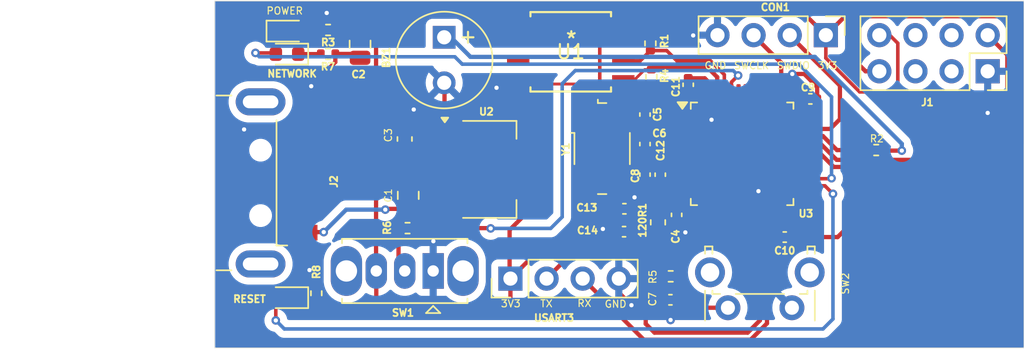
<source format=kicad_pcb>
(kicad_pcb (version 20240108) (generator "pcbnew") (generator_version "8.0")
  (layers (0 "F.Cu" signal) (31 "B.Cu" power) (34 "B.Paste" user) (35 "F.Paste" user) (36 "B.SilkS" user "B.Silkscreen") (37 "F.SilkS" user "F.Silkscreen") (38 "B.Mask" user) (39 "F.Mask" user) (44 "Edge.Cuts" user))
  (net 0 "")
  (net 1 "+3.3VA")
  (net 2 "+3.3V")
  (net 3 "GND")
  (net 4 "Net-(BZ1-+)")
  (net 5 "VBUS")
  (net 6 "/NRST")
  (net 7 "/HSE_IN")
  (net 8 "Net-(U3-PB0)")
  (net 9 "/HSE_OUT")
  (net 10 "/PWR_LED_K")
  (net 11 "/NETWORK")
  (net 12 "Net-(D2-K)")
  (net 13 "/RESET")
  (net 14 "Net-(D3-K)")
  (net 15 "/SWDIO")
  (net 16 "/SWCLK")
  (net 17 "/USART3_TX")
  (net 18 "/USART3_RX")
  (net 23 "/FRAM_SCL")
  (net 24 "/Buzzer")
  (net 25 "/FRAM_SDA")
  (net 26 "/SW_Boot0")
  (net 27 "/BOOT0")
  (net 34 "/ESP_TX")
  (net 43 "/ESP_RX")
  (footprint "footprints:FPT-8P-M08_FUJ" (layer "F.Cu") (at 167.2708 68.5922)
    (property "Reference" "U1")
    (property "Value" "FRAM")
  )
  (footprint "Capacitor_SMD:C_0402_1005Metric" (layer "F.Cu") (at 171.0186 81.24 180)
    (property "Reference" "C14")
    (property "Value" "1u")
  )
  (footprint "Resistor_SMD:R_0402_1005Metric" (layer "F.Cu") (at 155.794 80.99)
    (property "Reference" "R6")
    (property "Value" "10k")
  )
  (footprint "Resistor_SMD:R_0402_1005Metric" (layer "F.Cu") (at 150.2058 68.7399)
    (property "Reference" "R7")
    (property "Value" "1k5")
  )
  (footprint "Package_QFP:LQFP-48_7x7mm_P0.5mm" (layer "F.Cu") (at 179.3208 75.7649)
    (property "Reference" "U3")
    (property "Value" "STM32F103C8T6")
  )
  (footprint "Connector_PinSocket_2.54mm:PinSocket_2x04_P2.54mm_Vertical" (layer "F.Cu") (at 196.59 69.96 -90)
    (property "Reference" "J1")
    (property "Value" "ESP8266")
  )
  (footprint "Capacitor_SMD:C_0402_1005Metric" (layer "F.Cu") (at 175.53 70.91 90)
    (property "Reference" "C11")
    (property "Value" "100n")
  )
  (footprint "Crystal:Crystal_SMD_0603-4Pin_6.0x3.5mm" (layer "F.Cu") (at 169.4783 75.3956 -90)
    (property "Reference" "Y1")
    (property "Value" "16MHz")
  )
  (footprint "Button_Switch_THT:SW_Tactile_SPST_Angled_PTS645Vx39-2LFS" (layer "F.Cu") (at 182.8234 86.5894 180)
    (property "Reference" "SW2")
    (property "Value" "SW_Push")
  )
  (footprint "Capacitor_SMD:C_0805_2012Metric" (layer "F.Cu") (at 155.844 78.6854 90)
    (property "Reference" "C1")
    (property "Value" "22uF")
  )
  (footprint "Capacitor_SMD:C_0402_1005Metric" (layer "F.Cu") (at 171.0436 79.629 180)
    (property "Reference" "C13")
    (property "Value" "1u")
  )
  (footprint "Resistor_SMD:R_0402_1005Metric" (layer "F.Cu") (at 188.75 75.5)
    (property "Reference" "R2")
    (property "Value" "1k")
  )
  (footprint "Resistor_SMD:R_0402_1005Metric" (layer "F.Cu") (at 150.2058 67.056)
    (property "Reference" "R3")
    (property "Value" "1k5")
  )
  (footprint "LED_SMD:LED_0603_1608Metric" (layer "F.Cu") (at 147.3208 85.88 180)
    (property "Reference" "RESET")
    (property "Value" "Reset")
  )
  (footprint "Connector_PinHeader_2.54mm:PinHeader_1x04_P2.54mm_Vertical" (layer "F.Cu") (at 163.03 84.54 90)
    (property "Reference" "USART3")
    (property "Value" "CON")
  )
  (footprint "Buzzer_Beeper:MagneticBuzzer_Kingstate_KCG0601" (layer "F.Cu") (at 158.3708 67.57 -90)
    (property "Reference" "BZ1")
    (property "Value" "Buzzer")
  )
  (footprint "Capacitor_SMD:C_0402_1005Metric" (layer "F.Cu") (at 173.5658 77.2331 90)
    (property "Reference" "C12")
    (property "Value" "10n")
  )
  (footprint "LED_SMD:LED_0603_1608Metric" (layer "F.Cu") (at 147.3208 68.7524 180)
    (property "Reference" "NETWORK")
    (property "Value" "Network")
  )
  (footprint "Capacitor_SMD:C_0805_2012Metric" (layer "F.Cu") (at 152.4558 68.0622 -90)
    (property "Reference" "C2")
    (property "Value" "22uF")
  )
  (footprint "Capacitor_SMD:C_0402_1005Metric" (layer "F.Cu") (at 174.7158 80.0581 -90)
    (property "Reference" "C4")
    (property "Value" "100n")
  )
  (footprint "Inductor_SMD:L_0603_1608Metric" (layer "F.Cu") (at 173.4058 80.5831 -90)
    (property "Reference" "120R1")
    (property "Value" "FB")
  )
  (footprint "Capacitor_SMD:C_0402_1005Metric" (layer "F.Cu") (at 184.12 71.9)
    (property "Reference" "C9")
    (property "Value" "100n")
  )
  (footprint "Resistor_SMD:R_0402_1005Metric" (layer "F.Cu") (at 172.8724 67.9958 90)
    (property "Reference" "R1")
    (property "Value" "1k5")
  )
  (footprint "Resistor_SMD:R_0402_1005Metric" (layer "F.Cu") (at 149.38 85.57 90)
    (property "Reference" "R8")
    (property "Value" "1K5")
  )
  (footprint "Connector_USB:USB_A_CNCTech_1001-011-01101_Horizontal" (layer "F.Cu") (at 138.56 77.81 180)
    (property "Reference" "J2")
    (property "Value" "USB_A")
  )
  (footprint "Capacitor_SMD:C_0402_1005Metric" (layer "F.Cu") (at 182.32 81.62 180)
    (property "Reference" "C10")
    (property "Value" "100n")
  )
  (footprint "Capacitor_SMD:C_0402_1005Metric" (layer "F.Cu") (at 172.4908 75.0781 90)
    (property "Reference" "C6")
    (property "Value" "10pf")
  )
  (footprint "Capacitor_SMD:C_0603_1608Metric" (layer "F.Cu") (at 155.594 74.7229 90)
    (property "Reference" "C3")
    (property "Value" "10u")
  )
  (footprint "Resistor_SMD:R_0402_1005Metric" (layer "F.Cu") (at 174.3 84.38)
    (property "Reference" "R5")
    (property "Value" "10K")
  )
  (footprint "Capacitor_SMD:C_0402_1005Metric" (layer "F.Cu") (at 172.4908 73.0031 90)
    (property "Reference" "C5")
    (property "Value" "100n")
  )
  (footprint "Package_TO_SOT_SMD:SOT-223-3_TabPin2" (layer "F.Cu") (at 161.544 76.8604)
    (property "Reference" "U2")
    (property "Value" "AMS1117-3.3")
  )
  (footprint "Capacitor_SMD:C_0402_1005Metric" (layer "F.Cu") (at 174.28 86.03 180)
    (property "Reference" "C7")
    (property "Value" "0.1uF")
  )
  (footprint "Capacitor_SMD:C_0402_1005Metric" (layer "F.Cu") (at 172.4908 77.2281 -90)
    (property "Reference" "C8")
    (property "Value" "10pf")
  )
  (footprint "Resistor_SMD:R_0402_1005Metric" (layer "F.Cu") (at 172.94 70.3524 -90)
    (property "Reference" "R4")
    (property "Value" "1k5")
  )
  (footprint "Button_Switch_THT:SW_Slide_SPDT_Straight_CK_OS102011MS2Q" (layer "F.Cu") (at 157.5958 84.0024 180)
    (property "Reference" "SW1")
    (property "Value" "SW_SPDT")
  )
  (footprint "LED_SMD:LED_0603_1608Metric" (layer "F.Cu") (at 147.3608 67.1322)
    (property "Reference" "POWER")
    (property "Value" "LED")
  )
  (footprint "Connector_PinHeader_2.54mm:PinHeader_1x04_P2.54mm_Vertical" (layer "F.Cu") (at 185.21 67.42 -90)
    (property "Reference" "CON1")
    (property "Value" "SWD")
  )
  (gr_rect (start 142.24 65.024) (end 199.136 89.408) (stroke (width 0.05)) (fill none) (layer "Edge.Cuts"))
  (gr_text "RX" (at 167.69 86.57 0) (layer "F.SilkS") (effects (font (size 0.5 0.5) (thickness 0.08)) (justify left bottom)))
  (gr_text "GND" (at 176.631429 69.85 0) (layer "F.SilkS") (effects (font (size 0.5 0.5) (thickness 0.08)) (justify left bottom)))
  (gr_text "GND" (at 169.61 86.62 0) (layer "F.SilkS") (effects (font (size 0.5 0.5) (thickness 0.08)) (justify left bottom)))
  (gr_text "SWDIO\n" (at 181.717142 69.85 0) (layer "F.SilkS") (effects (font (size 0.5 0.5) (thickness 0.08)) (justify left bottom)))
  (gr_text "3V3" (at 162.31 86.59 0) (layer "F.SilkS") (effects (font (size 0.5 0.5) (thickness 0.08)) (justify left bottom)))
  (gr_text "3V3" (at 184.581429 69.85 0) (layer "F.SilkS") (effects (font (size 0.5 0.5) (thickness 0.08)) (justify left bottom)))
  (gr_text "SWCLK" (at 178.71 69.85 0) (layer "F.SilkS") (effects (font (size 0.5 0.5) (thickness 0.08)) (justify left bottom)))
  (gr_text "TX" (at 165.08 86.59 0) (layer "F.SilkS") (effects (font (size 0.5 0.5) (thickness 0.08)) (justify left bottom)))
  (segment (start 173.2392 79.629) (end 173.4058 79.7956) (width 0.3) (layer "F.Cu") (net 1))
  (segment (start 173.612646 77.7131) (end 174.310846 77.0149) (width 0.3) (layer "F.Cu") (net 1))
  (segment (start 174.310846 77.0149) (end 175.1583 77.0149) (width 0.3) (layer "F.Cu") (net 1))
  (segment (start 173.5658 77.7131) (end 173.612646 77.7131) (width 0.3) (layer "F.Cu") (net 1))
  (segment (start 173.5658 77.7131) (end 173.67 77.8173) (width 0.3) (layer "F.Cu") (net 1))
  (segment (start 171.5236 79.629) (end 173.2392 79.629) (width 0.3) (layer "F.Cu") (net 1))
  (segment (start 173.67 79.5314) (end 173.4058 79.7956) (width 0.3) (layer "F.Cu") (net 1))
  (segment (start 173.67 77.8173) (end 173.67 79.5314) (width 0.3) (layer "F.Cu") (net 1))
  (segment (start 148.8461 67.83) (end 151.738 67.83) (width 0.3) (layer "F.Cu") (net 2))
  (segment (start 173.66 84.38) (end 173.66 81.6248) (width 0.25) (layer "F.Cu") (net 2))
  (segment (start 158.394 76.8604) (end 156.9565 76.8604) (width 0.3) (layer "F.Cu") (net 2))
  (segment (start 169.31 71.06) (end 169.31 67.2656) (width 0.25) (layer "F.Cu") (net 2))
  (segment (start 153.5958 84.0024) (end 153.58 83.9866) (width 0.3) (layer "F.Cu") (net 2))
  (segment (start 171.4986 81.24) (end 171.4986 81.513999) (width 0.3) (layer "F.Cu") (net 2))
  (segment (start 170.432599 82.58) (end 164.99 82.58) (width 0.3) (layer "F.Cu") (net 2))
  (segment (start 173.8 73.0149) (end 173.268999 73.0149) (width 0.25) (layer "F.Cu") (net 2))
  (segment (start 170.1393 65.86) (end 170.9665 66.6872) (width 0.3) (layer "F.Cu") (net 2))
  (segment (start 183.64 72.8582) (end 183.4833 73.0149) (width 0.3) (layer "F.Cu") (net 2))
  (segment (start 152.4558 67.1122) (end 153.708 65.86) (width 0.3) (layer "F.Cu") (net 2))
  (segment (start 198.017107 65.59) (end 187.06 65.59) (width 0.3) (layer "F.Cu") (net 2))
  (segment (start 173.268999 73.0149) (end 172.800799 73.4831) (width 0.25) (layer "F.Cu") (net 2))
  (segment (start 173.66 81.6248) (end 173.4058 81.3706) (width 0.25) (layer "F.Cu") (net 2))
  (segment (start 189.72 71.41) (end 187.59 71.41) (width 0.25) (layer "F.Cu") (net 2))
  (segment (start 153.708 65.86) (end 170.1393 65.86) (width 0.3) (layer "F.Cu") (net 2))
  (segment (start 170.9797 66.7004) (end 170.9665 66.6872) (width 0.2) (layer "F.Cu") (net 2))
  (segment (start 182.64268 73.0149) (end 182.0708 73.58678) (width 0.3) (layer "F.Cu") (net 2))
  (segment (start 162.97 81.12) (end 162.97 84.48) (width 0.3) (layer "F.Cu") (net 2))
  (segment (start 196.833107 77.19) (end 198.97 75.053107) (width 0.3) (layer "F.Cu") (net 2))
  (segment (start 163.03 85.89) (end 162.49 86.43) (width 0.3) (layer "F.Cu") (net 2))
  (segment (start 190.27 70.86) (end 189.72 71.41) (width 0.25) (layer "F.Cu") (net 2))
  (segment (start 182.8 81.62) (end 186.04 81.62) (width 0.3) (layer "F.Cu") (net 2))
  (segment (start 186.74 77.5) (end 187.05 77.19) (width 0.3) (layer "F.Cu") (net 2))
  (segment (start 183.4833 73.0149) (end 182.64268 73.0149) (width 0.3) (layer "F.Cu") (net 2))
  (segment (start 188.97 67.42) (end 189.7 67.42) (width 0.25) (layer "F.Cu") (net 2))
  (segment (start 198.97 75.053107) (end 198.97 66.542893) (width 0.3) (layer "F.Cu") (net 2))
  (segment (start 187.59 71.41) (end 185.21 69.03) (width 0.25) (layer "F.Cu") (net 2))
  (segment (start 172.8724 67.4858) (end 172.087 66.7004) (width 0.2) (layer "F.Cu") (net 2))
  (segment (start 172.800799 73.4831) (end 172.4908 73.4831) (width 0.25) (layer "F.Cu") (net 2))
  (segment (start 170.06 71.81) (end 169.31 71.06) (width 0.25) (layer "F.Cu") (net 2))
  (segment (start 153.5958 85.9558) (end 153.5958 84.0024) (width 0.3) (layer "F.Cu") (net 2))
  (segment (start 162.97 84.48) (end 163.03 84.54) (width 0.3) (layer "F.Cu") (net 2))
  (segment (start 153.3822 67.1122) (end 152.4558 67.1122) (width 0.3) (layer "F.Cu") (net 2))
  (segment (start 172.94 70.8624) (end 171.9924 71.81) (width 0.25) (layer "F.Cu") (net 2))
  (segment (start 187.05 77.19) (end 196.833107 77.19) (width 0.3) (layer "F.Cu") (net 2))
  (segment (start 175.1583 73.0149) (end 173.268999 73.0149) (width 0.25) (layer "F.Cu") (net 2))
  (segment (start 182.8 81.62) (end 182.8 81.4286) (width 0.3) (layer "F.Cu") (net 2))
  (segment (start 173.3234 72.5383) (end 173.8 73.0149) (width 0.25) (layer "F.Cu") (net 2))
  (segment (start 198.97 66.542893) (end 198.017107 65.59) (width 0.3) (layer "F.Cu") (net 2))
  (segment (start 162.49 86.43) (end 154.07 86.43) (width 0.3) (layer "F.Cu") (net 2))
  (segment (start 173.3234 71.39) (end 173.3234 72.5383) (width 0.25) (layer "F.Cu") (net 2))
  (segment (start 176.5708 71.6024) (end 175.7424 71.6024) (width 0.25) (layer "F.Cu") (net 2))
  (segment (start 186.74 80.92) (end 186.74 77.5) (width 0.3) (layer "F.Cu") (net 2))
  (segment (start 182.0708 80.6994) (end 182.0708 79.9274) (width 0.3) (layer "F.Cu") (net 2))
  (segment (start 187.06 65.59) (end 185.21 67.44) (width 0.3) (layer "F.Cu") (net 2))
  (segment (start 171.9924 71.81) (end 170.06 71.81) (width 0.25) (layer "F.Cu") (net 2))
  (segment (start 164.694 79.396) (end 162.97 81.12) (width 0.3) (layer "F.Cu") (net 2))
  (segment (start 173.2752 81.24) (end 173.4058 81.3706) (width 0.3) (layer "F.Cu") (net 2))
  (segment (start 189.7 67.42) (end 190.27 67.99) (width 0.25) (layer "F.Cu") (net 2))
  (segment (start 153.58 83.9866) (end 153.58 67.31) (width 0.3) (layer "F.Cu") (net 2))
  (segment (start 163.03 84.54) (end 163.03 85.89) (width 0.3) (layer "F.Cu") (net 2))
  (segment (start 173.3234 71.39) (end 175.53 71.39) (width 0.25) (layer "F.Cu") (net 2))
  (segment (start 183.64 71.9) (end 183.64 72.8582) (width 0.3) (layer "F.Cu") (net 2))
  (segment (start 182.0708 79.9274) (end 182.0708 73.58678) (width 0.3) (layer "F.Cu") (net 2))
  (segment (start 154.07 86.43) (end 153.5958 85.9558) (width 0.3) (layer "F.Cu") (net 2))
  (segment (start 175.7424 71.6024) (end 175.53 71.39) (width 0.25) (layer "F.Cu") (net 2))
  (segment (start 156.9565 76.8604) (end 155.594 75.4979) (width 0.3) (layer "F.Cu") (net 2))
  (segment (start 164.694 76.8604) (end 158.394 76.8604) (width 0.3) (layer "F.Cu") (net 2))
  (segment (start 151.738 67.83) (end 152.4558 67.1122) (width 0.3) (layer "F.Cu") (net 2))
  (segment (start 171.4986 81.24) (end 173.2752 81.24) (width 0.3) (layer "F.Cu") (net 2))
  (segment (start 190.27 67.99) (end 190.27 70.86) (width 0.25) (layer "F.Cu") (net 2))
  (segment (start 171.4986 81.513999) (end 170.432599 82.58) (width 0.3) (layer "F.Cu") (net 2))
  (segment (start 182.8 81.4286) (end 182.0708 80.6994) (width 0.3) (layer "F.Cu") (net 2))
  (segment (start 185.21 67.44) (end 183.76 65.99) (width 0.3) (layer "F.Cu") (net 2))
  (segment (start 184.1951 73.0149) (end 183.4833 73.0149) (width 0.3) (layer "F.Cu") (net 2))
  (segment (start 169.31 67.2656) (end 169.8884 66.6872) (width 0.25) (layer "F.Cu") (net 2))
  (segment (start 172.7958 70.8624) (end 173.3234 71.39) (width 0.25) (layer "F.Cu") (net 2))
  (segment (start 183.76 65.99) (end 171.6637 65.99) (width 0.3) (layer "F.Cu") (net 2))
  (segment (start 169.8884 66.6872) (end 170.9665 66.6872) (width 0.25) (layer "F.Cu") (net 2))
  (segment (start 185.21 69.03) (end 185.21 67.44) (width 0.25) (layer "F.Cu") (net 2))
  (segment (start 186.04 81.62) (end 186.74 80.92) (width 0.3) (layer "F.Cu") (net 2))
  (segment (start 164.99 82.58) (end 163.03 84.54) (width 0.3) (layer "F.Cu") (net 2))
  (segment (start 164.694 76.8604) (end 164.694 79.396) (width 0.3) (layer "F.Cu") (net 2))
  (segment (start 153.58 67.31) (end 153.3822 67.1122) (width 0.3) (layer "F.Cu") (net 2))
  (segment (start 171.6637 65.99) (end 170.9665 66.6872) (width 0.3) (layer "F.Cu") (net 2))
  (segment (start 172.087 66.7004) (end 170.9797 66.7004) (width 0.2) (layer "F.Cu") (net 2))
  (segment (start 148.1483 67.1322) (end 148.8461 67.83) (width 0.3) (layer "F.Cu") (net 2))
  (segment (start 184.6951 73.2298) (end 184.41 73.5149) (width 0.3) (layer "F.Cu") (net 3))
  (segment (start 177.0708 71.6024) (end 177.0708 70.797136) (width 0.25) (layer "F.Cu") (net 3))
  (segment (start 173.518954 76.7531) (end 172.563954 77.7081) (width 0.3) (layer "F.Cu") (net 3))
  (segment (start 184.6 71.9) (end 184.6951 71.9951) (width 0.3) (layer "F.Cu") (net 3))
  (segment (start 149.02 71.01) (end 150.7158 69.3142) (width 0.3) (layer "F.Cu") (net 3))
  (segment (start 170.8 78.88) (end 170.5636 79.1164) (width 0.3) (layer "F.Cu") (net 3))
  (segment (start 154.7821 73.9479) (end 155.594 73.9479) (width 0.3) (layer "F.Cu") (net 3))
  (segment (start 155.594 73.9479) (end 155.594 73.286) (width 0.3) (layer "F.Cu") (net 3))
  (segment (start 173.8 86.03) (end 173.8 86.96) (width 0.3) (layer "F.Cu") (net 3))
  (segment (start 171.2081 74.5981) (end 170.6783 74.0683) (width 0.25) (layer "F.Cu") (net 3))
  (segment (start 173.5658 76.7531) (end 173.518954 76.7531) (width 0.3) (layer "F.Cu") (net 3))
  (segment (start 168.3401 70.8574) (end 163.5751 70.8574) (width 0.2) (layer "F.Cu") (net 3))
  (segment (start 157.61 81.91) (end 157.5958 81.9242) (width 0.25) (layer "F.Cu") (net 3))
  (segment (start 181.8 85.566) (end 181.8 81.66) (width 0.3) (layer "F.Cu") (net 3))
  (segment (start 155.594 73.286) (end 156.23 72.65) (width 0.3) (layer "F.Cu") (net 3))
  (segment (start 183.69 70.15) (end 184.6 71.06) (width 0.3) (layer "F.Cu") (net 3))
  (segment (start 177.0708 73.2708) (end 177.17 73.37) (width 0.25) (layer "F.Cu") (net 3))
  (segment (start 169.109 79.629) (end 170.5636 79.629) (width 0.3) (layer "F.Cu") (net 3))
  (segment (start 177.59 67.44) (end 175.88 67.44) (width 0.3) (layer "F.Cu") (net 3))
  (segment (start 170.6783 73.1956) (end 168.3401 70.8574) (width 0.2) (layer "F.Cu") (net 3))
  (segment (start 172.4908 72.5231) (end 171.3508 72.5231) (width 0.2) (layer "F.Cu") (net 3))
  (segment (start 158.394 74.5604) (end 157.7636 73.93) (width 0.3) (layer "F.Cu") (net 3))
  (segment (start 184.41 73.5149) (end 183.4833 73.5149) (width 0.3) (layer "F.Cu") (net 3))
  (segment (start 152.508 68.96) (end 152.4558 69.0122) (width 0.3) (layer "F.Cu") (net 3))
  (segment (start 182.85 70.15) (end 183.69 70.15) (width 0.3) (layer "F.Cu") (net 3))
  (segment (start 150.7158 66.4658) (end 150.11 65.86) (width 0.3) (layer "F.Cu") (net 3))
  (segment (start 170.65 85.52) (end 171.54 86.41) (width 0.3) (layer "F.Cu") (net 3))
  (segment (start 149.38 85.06) (end 149.38 84.42) (width 0.25) (layer "F.Cu") (net 3))
  (segment (start 154.32 74.41) (end 154.7821 73.9479) (width 0.3) (layer "F.Cu") (net 3))
  (segment (start 154.32 77.15) (end 154.32 74.41) (width 0.3) (layer "F.Cu") (net 3))
  (segment (start 150.7158 67.056) (end 150.7158 66.4658) (width 0.3) (layer "F.Cu") (net 3))
  (segment (start 163.5751 70.8574) (end 162.3146 70.8574) (width 0.2) (layer "F.Cu") (net 3))
  (segment (start 152.1835 68.7399) (end 152.4558 69.0122) (width 0.3) (layer "F.Cu") (net 3))
  (segment (start 181.27 78.39) (end 181.5708 78.6908) (width 0.3) (layer "F.Cu") (net 3))
  (segment (start 170.65 84.54) (end 170.65 85.52) (width 0.3) (layer "F.Cu") (net 3))
  (segment (start 150.7158 68.7399) (end 152.1835 68.7399) (width 0.3) (layer "F.Cu") (net 3))
  (segment (start 173.5658 76.7531) (end 173.804 76.5149) (width 0.3) (layer "F.Cu") (net 3))
  (segment (start 157.7636 73.93) (end 155.6119 73.93) (width 0.3) (layer "F.Cu") (net 3))
  (segment (start 168.2783 78.7983) (end 169.109 79.629) (width 0.3) (layer "F.Cu") (net 3))
  (segment (start 176.703664 70.43) (end 175.53 70.43) (width 0.25) (layer "F.Cu") (net 3))
  (segment (start 181.84 81.62) (end 181.5708 81.3508) (width 0.3) (layer "F.Cu") (net 3))
  (segment (start 181.5708 81.3508) (end 181.5708 79.9274) (width 0.3) (layer "F.Cu") (net 3))
  (segment (start 172.563954 77.7081) (end 172.4658 77.7081) (width 0.3) (layer "F.Cu") (net 3))
  (segment (start 154.9054 77.7354) (end 154.32 77.15) (width 0.3) (layer "F.Cu") (net 3))
  (segment (start 196.59 69.96) (end 196.59 72.89) (width 0.25) (layer "F.Cu") (net 3))
  (segment (start 168.2783 77.5956) (end 168.2783 78.7983) (width 0.3) (layer "F.Cu") (net 3))
  (segment (start 158.394 70.3256) (end 158.3708 70.3024) (width 0.3) (layer "F.Cu") (net 3))
  (segment (start 170.5386 81.24) (end 169.72 81.24) (width 0.3) (layer "F.Cu") (net 3))
  (segment (start 162.3146 70.8574) (end 162.052 71.12) (width 0.2) (layer "F.Cu") (net 3))
  (segment (start 182.8234 86.5894) (end 181.8 85.566) (width 0.3) (layer "F.Cu") (net 3))
  (segment (start 173.8 86.96) (end 174.29 87.45) (width 0.3) (layer "F.Cu") (net 3))
  (segment (start 150.7158 69.3142) (end 150.7158 68.7399) (width 0.3) (layer "F.Cu") (net 3))
  (segment (start 172.4658 78.113655) (end 172.4658 77.7081) (width 0.3) (layer "F.Cu") (net 3))
  (segment (start 184.6 71.06) (end 184.6 71.9) (width 0.3) (layer "F.Cu") (net 3))
  (segment (start 177.0708 71.6024) (end 177.0708 73.2708) (width 0.25) (layer "F.Cu") (net 3))
  (segment (start 170.6783 74.0683) (end 170.6783 73.1956) (width 0.25) (layer "F.Cu") (net 3))
  (segment (start 149.38 84.42) (end 148.9 83.94) (width 0.25) (layer "F.Cu") (net 3))
  (segment (start 144.56 74.31) (end 144.3 74.05) (width 0.3) (layer "F.Cu") (net 3))
  (segment (start 158.394 74.5604) (end 158.394 70.3256) (width 0.3) (layer "F.Cu") (net 3))
  (segment (start 180.47 78.39) (end 181.27 78.39) (width 0.3) (layer "F.Cu") (net 3))
  (segment (start 171.754477 78.824978) (end 172.4658 78.113655) (width 0.3) (layer "F.Cu") (net 3))
  (segment (start 148.21 74.31) (end 144.56 74.31) (width 0.3) (layer "F.Cu") (net 3))
  (segment (start 171.699455 78.88) (end 170.8 78.88) (width 0.3) (layer "F.Cu") (net 3))
  (segment (start 157.5958 81.9242) (end 157.5958 84.0024) (width 0.25) (layer "F.Cu") (net 3))
  (segment (start 181.8 81.66) (end 181.84 81.62) (width 0.3) (layer "F.Cu") (net 3))
  (segment (start 174.7158 80.6758) (end 175.33 81.29) (width 0.25) (layer "F.Cu") (net 3))
  (segment (start 149.02 71.01) (end 148.21 71.82) (width 0.3) (layer "F.Cu") (net 3))
  (segment (start 169.72 81.24) (end 169.53 81.05) (width 0.3) (layer "F.Cu") (net 3))
  (segment (start 171.754477 78.824978) (end 171.699455 78.88) (width 0.3) (layer "F.Cu") (net 3))
  (segment (start 171.3508 72.5231) (end 170.6783 73.1956) (width 0.2) (layer "F.Cu") (net 3))
  (segment (start 148.21 71.82) (end 148.21 74.31) (width 0.3) (layer "F.Cu") (net 3))
  (segment (start 155.644 77.7354) (end 154.9054 77.7354) (width 0.3) (layer "F.Cu") (net 3))
  (segment (start 173.804 76.5149) (end 175.1583 76.5149) (width 0.3) (layer "F.Cu") (net 3))
  (segment (start 177.0708 70.797136) (end 176.703664 70.43) (width 0.25) (layer "F.Cu") (net 3))
  (segment (start 174.7158 80.5381) (end 174.7158 80.6758) (width 0.25) (layer "F.Cu") (net 3))
  (segment (start 181.5708 78.6908) (end 181.5708 79.9274) (width 0.3) (layer "F.Cu") (net 3))
  (segment (start 170.5636 81.215) (end 170.5386 81.24) (width 0.3) (layer "F.Cu") (net 3))
  (segment (start 170.5636 79.1164) (end 170.5636 79.629) (width 0.3) (layer "F.Cu") (net 3))
  (segment (start 172.64 72.3739) (end 172.4908 72.5231) (width 0.2) (layer "F.Cu") (net 3))
  (segment (start 184.6951 71.9951) (end 184.6951 73.2298) (width 0.3) (layer "F.Cu") (net 3))
  (segment (start 170.5636 79.629) (end 170.5636 81.215) (width 0.3) (layer "F.Cu") (net 3))
  (segment (start 172.4908 74.5981) (end 171.2081 74.5981) (width 0.25) (layer "F.Cu") (net 3))
  (segment (start 155.6119 73.93) (end 155.594 73.9479) (width 0.3) (layer "F.Cu") (net 3))
  (via (at 171.754477 78.824978) (size 0.6) (drill 0.3) (layers "F.Cu" "B.Cu") (net 3))
  (via (at 174.29 87.45) (size 0.6) (drill 0.3) (layers "F.Cu" "B.Cu") (net 3))
  (via (at 180.47 78.39) (size 0.6) (drill 0.3) (layers "F.Cu" "B.Cu") (net 3))
  (via (at 175.88 67.44) (size 0.6) (drill 0.3) (layers "F.Cu" "B.Cu") (net 3))
  (via (at 148.9 83.94) (size 0.6) (drill 0.3) (layers "F.Cu" "B.Cu") (net 3))
  (via (at 171.54 86.41) (size 0.6) (drill 0.3) (layers "F.Cu" "B.Cu") (net 3))
  (via (at 162.052 71.12) (size 0.6) (drill 0.3) (layers "F.Cu" "B.Cu") (net 3))
  (via (at 196.59 72.89) (size 0.6) (drill 0.3) (layers "F.Cu" "B.Cu") (net 3))
  (via (at 175.33 81.29) (size 0.6) (drill 0.3) (layers "F.Cu" "B.Cu") (net 3))
  (via (at 150.11 65.86) (size 0.6) (drill 0.3) (layers "F.Cu" "B.Cu") (net 3))
  (via (at 157.61 81.91) (size 0.6) (drill 0.3) (layers "F.Cu" "B.Cu") (net 3))
  (via (at 177.17 73.37) (size 0.6) (drill 0.3) (layers "F.Cu" "B.Cu") (net 3))
  (via (at 144.3 74.05) (size 0.6) (drill 0.3) (layers "F.Cu" "B.Cu") (net 3))
  (via (at 169.53 81.05) (size 0.6) (drill 0.3) (layers "F.Cu" "B.Cu") (net 3))
  (via (at 182.85 70.15) (size 0.6) (drill 0.3) (layers "F.Cu" "B.Cu") (net 3))
  (via (at 156.23 72.65) (size 0.6) (drill 0.3) (layers "F.Cu" "B.Cu") (net 3))
  (via (at 149.02 71.01) (size 0.6) (drill 0.3) (layers "F.Cu" "B.Cu") (net 3))
  (segment (start 189.3 75.54) (end 189.26 75.5) (width 0.3) (layer "F.Cu") (net 4))
  (segment (start 190.5508 75.54) (end 189.3 75.54) (width 0.3) (layer "F.Cu") (net 4))
  (segment (start 189.21 75.45) (end 189.26 75.5) (width 0.3) (layer "F.Cu") (net 4))
  (via (at 190.5508 75.54) (size 0.6) (drill 0.3) (layers "F.Cu" "B.Cu") (net 4))
  (segment (start 184.4438 68.95) (end 160.2184 68.95) (width 0.3) (layer "B.Cu") (net 4))
  (segment (start 160.2184 68.95) (end 158.3708 67.1024) (width 0.3) (layer "B.Cu") (net 4))
  (segment (start 190.5508 75.54) (end 190.5508 75.057) (width 0.3) (layer "B.Cu") (net 4))
  (segment (start 190.5508 75.057) (end 184.4438 68.95) (width 0.3) (layer "B.Cu") (net 4))
  (segment (start 149.9 81.27) (end 148.25 81.27) (width 0.3) (layer "F.Cu") (net 5))
  (segment (start 148.25 81.27) (end 148.21 81.31) (width 0.3) (layer "F.Cu") (net 5))
  (segment (start 155.6386 79.63) (end 155.644 79.6354) (width 0.3) (layer "F.Cu") (net 5))
  (segment (start 155.644 79.6354) (end 157.919 79.6354) (width 0.3) (layer "F.Cu") (net 5))
  (segment (start 155.644 79.6354) (end 154.2846 79.6354) (width 0.3) (layer "F.Cu") (net 5))
  (segment (start 154.2846 79.6354) (end 154.23 79.69) (width 0.3) (layer "F.Cu") (net 5))
  (segment (start 157.919 79.6354) (end 158.394 79.1604) (width 0.3) (layer "F.Cu") (net 5))
  (via (at 149.9 81.27) (size 0.6) (drill 0.3) (layers "F.Cu" "B.Cu") (net 5))
  (via (at 154.23 79.69) (size 0.6) (drill 0.3) (layers "F.Cu" "B.Cu") (net 5))
  (segment (start 151.48 79.69) (end 149.9 81.27) (width 0.3) (layer "B.Cu") (net 5))
  (segment (start 154.23 79.69) (end 151.48 79.69) (width 0.3) (layer "B.Cu") (net 5))
  (segment (start 175.5 79.58) (end 176.63 78.45) (width 0.3) (layer "F.Cu") (net 6))
  (segment (start 175.0281 79.5781) (end 175.03 79.58) (width 0.3) (layer "F.Cu") (net 6))
  (segment (start 174.7158 79.5781) (end 175.0281 79.5781) (width 0.3) (layer "F.Cu") (net 6))
  (segment (start 175.03 79.58) (end 175.5 79.58) (width 0.3) (layer "F.Cu") (net 6))
  (segment (start 176.63 78.45) (end 176.63 76.6) (width 0.3) (layer "F.Cu") (net 6))
  (segment (start 176.0449 76.0149) (end 175.1583 76.0149) (width 0.3) (layer "F.Cu") (net 6))
  (segment (start 176.63 76.6) (end 176.0449 76.0149) (width 0.3) (layer "F.Cu") (net 6))
  (segment (start 172.4908 75.5581) (end 172.948694 75.5581) (width 0.3) (layer "F.Cu") (net 7))
  (segment (start 168.2783 74.5583) (end 168.2783 73.1956) (width 0.3) (layer "F.Cu") (net 7))
  (segment (start 169.2781 75.5581) (end 168.2783 74.5583) (width 0.3) (layer "F.Cu") (net 7))
  (segment (start 172.948694 75.5581) (end 173.491894 75.0149) (width 0.3) (layer "F.Cu") (net 7))
  (segment (start 173.491894 75.0149) (end 175.1583 75.0149) (width 0.3) (layer "F.Cu") (net 7))
  (segment (start 172.4908 75.5581) (end 169.2781 75.5581) (width 0.3) (layer "F.Cu") (net 7))
  (segment (start 178.49 82.32) (end 179.0708 81.7392) (width 0.3) (layer "F.Cu") (net 8))
  (segment (start 175.3194 86.5894) (end 174.76 86.03) (width 0.3) (layer "F.Cu") (net 8))
  (segment (start 174.76 84.46) (end 174.68 84.38) (width 0.3) (layer "F.Cu") (net 8))
  (segment (start 174.68 84.38) (end 174.68 82.66) (width 0.3) (layer "F.Cu") (net 8))
  (segment (start 174.75 86.02) (end 174.76 86.03) (width 0.3) (layer "F.Cu") (net 8))
  (segment (start 174.68 82.66) (end 175.02 82.32) (width 0.3) (layer "F.Cu") (net 8))
  (segment (start 178.3234 86.5894) (end 175.3194 86.5894) (width 0.3) (layer "F.Cu") (net 8))
  (segment (start 179.0708 81.7392) (end 179.0708 79.9274) (width 0.3) (layer "F.Cu") (net 8))
  (segment (start 174.76 86.03) (end 174.76 84.46) (width 0.3) (layer "F.Cu") (net 8))
  (segment (start 175.02 82.32) (end 178.49 82.32) (width 0.3) (layer "F.Cu") (net 8))
  (segment (start 172.4658 76.7481) (end 171.5258 76.7481) (width 0.3) (layer "F.Cu") (net 9))
  (segment (start 173.699 75.5149) (end 175.1583 75.5149) (width 0.3) (layer "F.Cu") (net 9))
  (segment (start 172.4658 76.7481) (end 173.699 75.5149) (width 0.3) (layer "F.Cu") (net 9))
  (segment (start 171.5258 76.7481) (end 170.6783 77.5956) (width 0.3) (layer "F.Cu") (net 9))
  (segment (start 146.5733 67.1322) (end 146.5733 66.5467) (width 0.3) (layer "F.Cu") (net 10))
  (segment (start 146.5733 66.5467) (end 146.98 66.14) (width 0.3) (layer "F.Cu") (net 10))
  (segment (start 149.19 66.14) (end 149.6958 66.6458) (width 0.3) (layer "F.Cu") (net 10))
  (segment (start 146.98 66.14) (end 149.19 66.14) (width 0.3) (layer "F.Cu") (net 10))
  (segment (start 149.6958 66.6458) (end 149.6958 67.056) (width 0.3) (layer "F.Cu") (net 10))
  (segment (start 145.1 68.67) (end 146.4509 68.67) (width 0.25) (layer "F.Cu") (net 11))
  (segment (start 185.5751 77.5149) (end 185.61 77.48) (width 0.25) (layer "F.Cu") (net 11))
  (segment (start 183.4833 77.5149) (end 185.5751 77.5149) (width 0.25) (layer "F.Cu") (net 11))
  (segment (start 146.4509 68.67) (end 146.5333 68.7524) (width 0.25) (layer "F.Cu") (net 11))
  (via (at 185.61 77.48) (size 0.6) (drill 0.3) (layers "F.Cu" "B.Cu") (net 11))
  (via (at 145.1 68.67) (size 0.6) (drill 0.3) (layers "F.Cu" "B.Cu") (net 11))
  (segment (start 159.12 68.94) (end 145.37 68.94) (width 0.25) (layer "B.Cu") (net 11))
  (segment (start 185.61 77.48) (end 185.61 71.76) (width 0.25) (layer "B.Cu") (net 11))
  (segment (start 185.61 71.76) (end 183.31 69.46) (width 0.25) (layer "B.Cu") (net 11))
  (segment (start 159.64 69.46) (end 159.12 68.94) (width 0.25) (layer "B.Cu") (net 11))
  (segment (start 183.31 69.46) (end 159.64 69.46) (width 0.25) (layer "B.Cu") (net 11))
  (segment (start 145.37 68.94) (end 145.1 68.67) (width 0.25) (layer "B.Cu") (net 11))
  (segment (start 149.6833 68.7524) (end 149.6958 68.7399) (width 0.3) (layer "F.Cu") (net 12))
  (segment (start 148.1083 68.7524) (end 149.6833 68.7524) (width 0.3) (layer "F.Cu") (net 12))
  (segment (start 183.4833 78.0149) (end 185.1449 78.0149) (width 0.25) (layer "F.Cu") (net 13))
  (segment (start 146.53 85.9475) (end 146.4625 85.88) (width 0.25) (layer "F.Cu") (net 13))
  (segment (start 185.1449 78.0149) (end 185.71 78.58) (width 0.25) (layer "F.Cu") (net 13))
  (segment (start 146.53 87.48) (end 146.53 85.9475) (width 0.25) (layer "F.Cu") (net 13))
  (via (at 185.71 78.58) (size 0.6) (drill 0.3) (layers "F.Cu" "B.Cu") (net 13))
  (via (at 146.53 87.48) (size 0.6) (drill 0.3) (layers "F.Cu" "B.Cu") (net 13))
  (segment (start 185.71 87.38) (end 185.01 88.08) (width 0.25) (layer "B.Cu") (net 13))
  (segment (start 147.13 88.08) (end 146.53 87.48) (width 0.25) (layer "B.Cu") (net 13))
  (segment (start 185.01 88.08) (end 147.13 88.08) (width 0.25) (layer "B.Cu") (net 13))
  (segment (start 185.71 78.58) (end 185.71 87.38) (width 0.25) (layer "B.Cu") (net 13))
  (segment (start 148.0375 85.88) (end 148.2375 86.08) (width 0.25) (layer "F.Cu") (net 14))
  (segment (start 148.2375 86.08) (end 149.38 86.08) (width 0.25) (layer "F.Cu") (net 14))
  (segment (start 183.4833 74.0149) (end 185.5151 74.0149) (width 0.3) (layer "F.Cu") (net 15))
  (segment (start 186.2 73.33) (end 186.2 70.97) (width 0.3) (layer "F.Cu") (net 15))
  (segment (start 185.5151 74.0149) (end 186.2 73.33) (width 0.3) (layer "F.Cu") (net 15))
  (segment (start 186.2 70.97) (end 182.67 67.44) (width 0.3) (layer "F.Cu") (net 15))
  (segment (start 181.56 68.85) (end 181.54 68.85) (width 0.3) (layer "F.Cu") (net 16))
  (segment (start 182.0708 71.6024) (end 182.0708 69.3608) (width 0.3) (layer "F.Cu") (net 16))
  (segment (start 182.0708 69.3608) (end 181.56 68.85) (width 0.3) (layer "F.Cu") (net 16))
  (segment (start 181.54 68.85) (end 180.13 67.44) (width 0.3) (layer "F.Cu") (net 16))
  (segment (start 173.16 88.34) (end 172.542943 87.722943) (width 0.3) (layer "F.Cu") (net 17))
  (segment (start 180.5708 87.482094) (end 179.712894 88.34) (width 0.3) (layer "F.Cu") (net 17))
  (segment (start 171.7 83.08) (end 167.03 83.08) (width 0.3) (layer "F.Cu") (net 17))
  (segment (start 167.03 83.08) (end 165.57 84.54) (width 0.3) (layer "F.Cu") (net 17))
  (segment (start 180.5708 79.9274) (end 180.5708 87.482094) (width 0.3) (layer "F.Cu") (net 17))
  (segment (start 172.542943 83.922943) (end 171.7 83.08) (width 0.3) (layer "F.Cu") (net 17))
  (segment (start 172.542943 87.722943) (end 172.542943 83.922943) (width 0.3) (layer "F.Cu") (net 17))
  (segment (start 179.712894 88.34) (end 173.16 88.34) (width 0.3) (layer "F.Cu") (net 17))
  (segment (start 179.92 88.84) (end 172.41 88.84) (width 0.3) (layer "F.Cu") (net 18))
  (segment (start 181.0708 79.9274) (end 181.0708 87.6892) (width 0.3) (layer "F.Cu") (net 18))
  (segment (start 181.0708 87.6892) (end 179.92 88.84) (width 0.3) (layer "F.Cu") (net 18))
  (segment (start 172.41 88.84) (end 168.11 84.54) (width 0.3) (layer "F.Cu") (net 18))
  (segment (start 174.0174 68.5058) (end 172.8724 68.5058) (width 0.25) (layer "F.Cu") (net 23))
  (segment (start 178.0708 71.6024) (end 178.0708 70.199048) (width 0.25) (layer "F.Cu") (net 23))
  (segment (start 177.094352 69.2226) (end 174.7342 69.2226) (width 0.25) (layer "F.Cu") (net 23))
  (segment (start 172.8724 68.5058) (end 172.151 69.2272) (width 0.25) (layer "F.Cu") (net 23))
  (segment (start 174.7342 69.2226) (end 174.0174 68.5058) (width 0.25) (layer "F.Cu") (net 23))
  (segment (start 178.0708 70.199048) (end 177.094352 69.2226) (width 0.25) (layer "F.Cu") (net 23))
  (segment (start 172.151 69.2272) (end 170.9665 69.2272) (width 0.25) (layer "F.Cu") (net 23))
  (segment (start 185.002372 74.5149) (end 183.4833 74.5149) (width 0.3) (layer "F.Cu") (net 24))
  (segment (start 188.24 75.5) (end 185.987472 75.5) (width 0.3) (layer "F.Cu") (net 24))
  (segment (start 185.987472 75.5) (end 185.002372 74.5149) (width 0.3) (layer "F.Cu") (net 24))
  (segment (start 177.5708 70.3708) (end 176.8976 69.6976) (width 0.3) (layer "F.Cu") (net 25))
  (segment (start 170.9797 70.5104) (end 170.9665 70.4972) (width 0.2) (layer "F.Cu") (net 25))
  (segment (start 176.8976 69.6976) (end 173.0848 69.6976) (width 0.3) (layer "F.Cu") (net 25))
  (segment (start 172.4736 69.8424) (end 171.8056 70.5104) (width 0.2) (layer "F.Cu") (net 25))
  (segment (start 173.0848 69.6976) (end 172.94 69.8424) (width 0.3) (layer "F.Cu") (net 25))
  (segment (start 172.94 69.8424) (end 172.4736 69.8424) (width 0.2) (layer "F.Cu") (net 25))
  (segment (start 171.8056 70.5104) (end 170.9797 70.5104) (width 0.2) (layer "F.Cu") (net 25))
  (segment (start 177.5708 71.6024) (end 177.5708 70.3708) (width 0.3) (layer "F.Cu") (net 25))
  (segment (start 155.16 83.5666) (end 155.5958 84.0024) (width 0.3) (layer "F.Cu") (net 26))
  (segment (start 155.16 80.99) (end 155.16 83.5666) (width 0.3) (layer "F.Cu") (net 26))
  (segment (start 161.64 81.01) (end 161.62 80.99) (width 0.3) (layer "F.Cu") (net 27))
  (segment (start 178.5708 70.7242) (end 178.5708 71.6024) (width 0.25) (layer "F.Cu") (net 27))
  (segment (start 179.04 70.255) (end 178.5708 70.7242) (width 0.25) (layer "F.Cu") (net 27))
  (segment (start 161.62 80.99) (end 156.18 80.99) (width 0.3) (layer "F.Cu") (net 27))
  (via (at 161.64 81.01) (size 0.6) (drill 0.3) (layers "F.Cu" "B.Cu") (net 27))
  (via (at 179.04 70.255) (size 0.6) (drill 0.3) (layers "F.Cu" "B.Cu") (net 27))
  (segment (start 167.59 69.91) (end 166.67 70.83) (width 0.25) (layer "B.Cu") (net 27))
  (segment (start 178.695 69.91) (end 167.59 69.91) (width 0.25) (layer "B.Cu") (net 27))
  (segment (start 179.04 70.255) (end 178.695 69.91) (width 0.25) (layer "B.Cu") (net 27))
  (segment (start 166.67 70.83) (end 166.67 80.2) (width 0.25) (layer "B.Cu") (net 27))
  (segment (start 166.67 80.2) (end 165.86 81.01) (width 0.25) (layer "B.Cu") (net 27))
  (segment (start 165.86 81.01) (end 161.64 81.01) (width 0.25) (layer "B.Cu") (net 27))
  (segment (start 185.970366 76.19) (end 196.34 76.19) (width 0.3) (layer "F.Cu") (net 34))
  (segment (start 183.4833 75.0149) (end 184.795266 75.0149) (width 0.3) (layer "F.Cu") (net 34))
  (segment (start 197.97 68.8) (end 196.59 67.42) (width 0.3) (layer "F.Cu") (net 34))
  (segment (start 196.34 76.19) (end 197.97 74.56) (width 0.3) (layer "F.Cu") (net 34))
  (segment (start 197.97 74.56) (end 197.97 68.8) (width 0.3) (layer "F.Cu") (net 34))
  (segment (start 184.795266 75.0149) (end 185.970366 76.19) (width 0.3) (layer "F.Cu") (net 34))
  (segment (start 184.58816 75.5149) (end 185.76326 76.69) (width 0.3) (layer "F.Cu") (net 43))
  (segment (start 187.55 66.69) (end 187.55 69.51) (width 0.3) (layer "F.Cu") (net 43))
  (segment (start 187.55 69.51) (end 188 69.96) (width 0.3) (layer "F.Cu") (net 43))
  (segment (start 185.76326 76.69) (end 196.626 76.69) (width 0.3) (layer "F.Cu") (net 43))
  (segment (start 183.4833 75.5149) (end 184.58816 75.5149) (width 0.3) (layer "F.Cu") (net 43))
  (segment (start 198.47 66.75) (end 197.81 66.09) (width 0.3) (layer "F.Cu") (net 43))
  (segment (start 198.47 74.846) (end 198.47 66.75) (width 0.3) (layer "F.Cu") (net 43))
  (segment (start 197.81 66.09) (end 188.15 66.09) (width 0.3) (layer "F.Cu") (net 43))
  (segment (start 196.626 76.69) (end 198.47 74.846) (width 0.3) (layer "F.Cu") (net 43))
  (segment (start 188 69.96) (end 188.97 69.96) (width 0.3) (layer "F.Cu") (net 43))
  (segment (start 188.15 66.09) (end 187.55 66.69) (width 0.3) (layer "F.Cu") (net 43))
  (zone (net 3) (net_name "GND") (layer "B.Cu") (connect_pads (clearance 0.5)) (min_thickness 0.25) (fill yes (thermal_gap 0.5) (thermal_bridge_width 0.5))
    (polygon (pts (xy 142.24 65.024) (xy 142.24 89.408) (xy 199.136 89.408) (xy 199.136 65.024)))
  )
)
</source>
